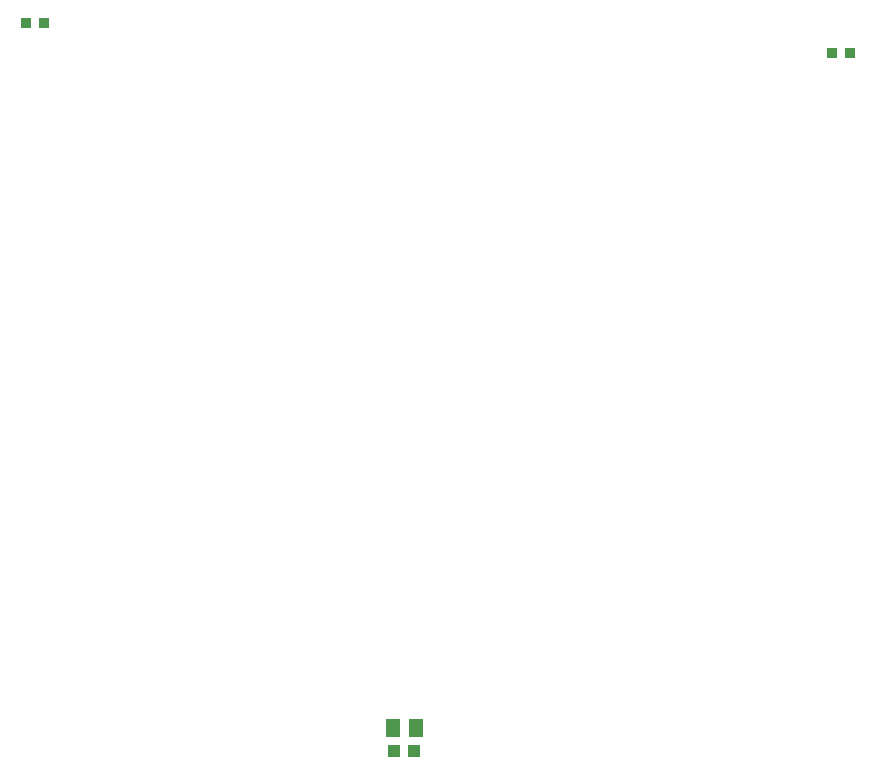
<source format=gbp>
G04 Layer_Color=16770453*
%FSLAX25Y25*%
%MOIN*%
G70*
G01*
G75*
%ADD13R,0.03500X0.03500*%
%ADD16R,0.05118X0.05906*%
%ADD40R,0.04331X0.03937*%
D13*
X169000Y446000D02*
D03*
X175000D02*
D03*
X443500Y436000D02*
D03*
X437500D02*
D03*
D16*
X291435Y211000D02*
D03*
X298915D02*
D03*
D40*
X298331Y203500D02*
D03*
X291638D02*
D03*
M02*

</source>
